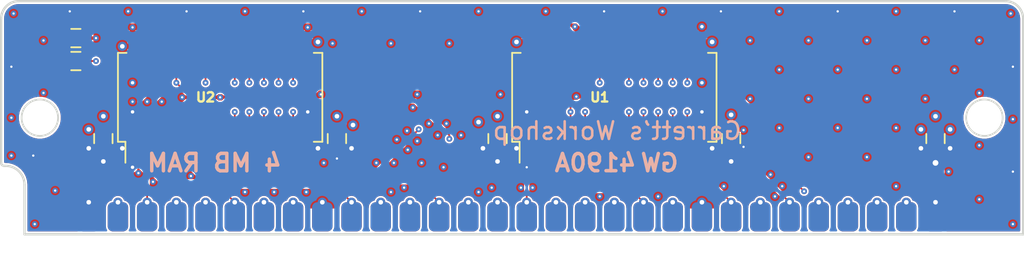
<source format=kicad_pcb>
(kicad_pcb (version 20171130) (host pcbnew "(5.1.10-1-10_14)")
  (layers (0 F.Cu signal) (1 In1.Cu power) (2 In2.Cu signal) (31 B.Cu power) (34 B.Paste user) (35 F.Paste user) (36 B.SilkS user) (37 F.SilkS user) (38 B.Mask user) (39 F.Mask user) (44 Edge.Cuts user))
  (net 0 "")
  (net 1 +5V)
  (net 2 /D0)
  (net 3 /D1)
  (net 4 /~WE~)
  (net 5 /~RAS~)
  (net 6 /~CAS~)
  (net 7 /D2)
  (net 8 /D3)
  (net 9 GND)
  (net 10 /D4)
  (net 11 /D5)
  (net 12 /D6)
  (net 13 /A11)
  (net 14 /D7)
  (net 15 /QP)
  (net 16 /~CASP~)
  (net 17 /DP)
  (net 18 /1A0)
  (net 19 /1A1)
  (net 20 /1A2)
  (net 21 /1A3)
  (net 22 /1A4)
  (net 23 /1A5)
  (net 24 /1A6)
  (net 25 /1A7)
  (net 26 /1A8)
  (net 27 /1A10)
  (net 28 /1A9)
  (net 29 /~OE~)
  (module stdpads:SOP-24-26-300mil (layer F.Cu) (at 129.54 89.662 90)
    (fp_text reference U1)
    (fp_text value AS4C4M4)
    (fp_line (start -3.875 -8.24) (end -5.7 -8.24) (layer F.SilkS) (width 0.1524))
    (fp_line (start -3.875 8.89) (end 3.875 8.89) (layer F.SilkS) (width 0.1524))
    (fp_line (start -3.875 -8.89) (end 3.875 -8.89) (layer F.SilkS) (width 0.1524))
    (fp_line (start -3.875 8.89) (end -3.875 8.145) (layer F.SilkS) (width 0.1524))
    (fp_line (start 3.875 8.89) (end 3.875 8.145) (layer F.SilkS) (width 0.1524))
    (fp_line (start 3.875 -8.89) (end 3.875 -8.145) (layer F.SilkS) (width 0.1524))
    (fp_line (start -3.875 -8.89) (end -3.875 -8.24) (layer F.SilkS) (width 0.1524))
    (fp_text user %R (at 0 -1.27) (layer F.SilkS) (effects (font (size 0.8128 0.8128) (thickness 0.2032))))
    (pad 1 smd roundrect (at -4.45 -7.62 90) (size 2.5 0.6) (layers F.Cu F.Paste F.Mask) (net 1 +5V))
    (pad 2 smd roundrect (at -4.45 -6.35 90) (size 2.5 0.6) (layers F.Cu F.Paste F.Mask) (net 11 /D5))
    (pad 3 smd roundrect (at -4.45 -5.08 90) (size 2.5 0.6) (layers F.Cu F.Paste F.Mask) (net 14 /D7))
    (pad 4 smd roundrect (at -4.45 -3.81 90) (size 2.5 0.6) (layers F.Cu F.Paste F.Mask) (net 4 /~WE~))
    (pad 5 smd roundrect (at -4.45 -2.54 90) (size 2.5 0.6) (layers F.Cu F.Paste F.Mask) (net 5 /~RAS~))
    (pad 6 smd roundrect (at -4.45 -1.27 90) (size 2.5 0.6) (layers F.Cu F.Paste F.Mask))
    (pad 8 smd roundrect (at -4.45 1.27 90) (size 2.5 0.6) (layers F.Cu F.Paste F.Mask) (net 27 /1A10))
    (pad 9 smd roundrect (at -4.45 2.54 90) (size 2.5 0.6) (layers F.Cu F.Paste F.Mask) (net 18 /1A0))
    (pad 10 smd roundrect (at -4.45 3.81 90) (size 2.5 0.6) (layers F.Cu F.Paste F.Mask) (net 19 /1A1))
    (pad 11 smd roundrect (at -4.45 5.08 90) (size 2.5 0.6) (layers F.Cu F.Paste F.Mask) (net 20 /1A2))
    (pad 12 smd roundrect (at -4.45 6.35 90) (size 2.5 0.6) (layers F.Cu F.Paste F.Mask) (net 21 /1A3))
    (pad 13 smd roundrect (at -4.45 7.62 90) (size 2.5 0.6) (layers F.Cu F.Paste F.Mask) (net 1 +5V))
    (pad 14 smd roundrect (at 4.45 7.62 90) (size 2.5 0.6) (layers F.Cu F.Paste F.Mask) (net 9 GND))
    (pad 15 smd roundrect (at 4.45 6.35 90) (size 2.5 0.6) (layers F.Cu F.Paste F.Mask) (net 22 /1A4))
    (pad 16 smd roundrect (at 4.45 5.08 90) (size 2.5 0.6) (layers F.Cu F.Paste F.Mask) (net 23 /1A5))
    (pad 17 smd roundrect (at 4.45 3.81 90) (size 2.5 0.6) (layers F.Cu F.Paste F.Mask) (net 24 /1A6))
    (pad 18 smd roundrect (at 4.45 2.54 90) (size 2.5 0.6) (layers F.Cu F.Paste F.Mask) (net 25 /1A7))
    (pad 19 smd roundrect (at 4.45 1.27 90) (size 2.5 0.6) (layers F.Cu F.Paste F.Mask) (net 26 /1A8))
    (pad 21 smd roundrect (at 4.45 -1.27 90) (size 2.5 0.6) (layers F.Cu F.Paste F.Mask) (net 28 /1A9))
    (pad 22 smd roundrect (at 4.45 -2.54 90) (size 2.5 0.6) (layers F.Cu F.Paste F.Mask) (net 29 /~OE~))
    (pad 23 smd roundrect (at 4.45 -3.81 90) (size 2.5 0.6) (layers F.Cu F.Paste F.Mask) (net 6 /~CAS~))
    (pad 24 smd roundrect (at 4.45 -5.08 90) (size 2.5 0.6) (layers F.Cu F.Paste F.Mask) (net 12 /D6))
    (pad 25 smd roundrect (at 4.45 -6.35 90) (size 2.5 0.6) (layers F.Cu F.Paste F.Mask) (net 10 /D4))
    (pad 26 smd roundrect (at 4.45 -7.62 90) (size 2.5 0.6) (layers F.Cu F.Paste F.Mask) (net 9 GND))
  )
  (module stdpads:SOP-24-26-300mil (layer F.Cu) (at 95.25 89.662 90)
    (fp_text reference U2)
    (fp_text value AS4C4M4)
    (fp_line (start -3.875 -8.24) (end -5.7 -8.24) (layer F.SilkS) (width 0.1524))
    (fp_line (start -3.875 8.89) (end 3.875 8.89) (layer F.SilkS) (width 0.1524))
    (fp_line (start -3.875 -8.89) (end 3.875 -8.89) (layer F.SilkS) (width 0.1524))
    (fp_line (start -3.875 8.89) (end -3.875 8.145) (layer F.SilkS) (width 0.1524))
    (fp_line (start 3.875 8.89) (end 3.875 8.145) (layer F.SilkS) (width 0.1524))
    (fp_line (start 3.875 -8.89) (end 3.875 -8.145) (layer F.SilkS) (width 0.1524))
    (fp_line (start -3.875 -8.89) (end -3.875 -8.24) (layer F.SilkS) (width 0.1524))
    (fp_text user %R (at 0 -1.27) (layer F.SilkS) (effects (font (size 0.8128 0.8128) (thickness 0.2032))))
    (pad 1 smd roundrect (at -4.45 -7.62 90) (size 2.5 0.6) (layers F.Cu F.Paste F.Mask) (net 1 +5V))
    (pad 2 smd roundrect (at -4.45 -6.35 90) (size 2.5 0.6) (layers F.Cu F.Paste F.Mask) (net 3 /D1))
    (pad 3 smd roundrect (at -4.45 -5.08 90) (size 2.5 0.6) (layers F.Cu F.Paste F.Mask) (net 8 /D3))
    (pad 4 smd roundrect (at -4.45 -3.81 90) (size 2.5 0.6) (layers F.Cu F.Paste F.Mask) (net 4 /~WE~))
    (pad 5 smd roundrect (at -4.45 -2.54 90) (size 2.5 0.6) (layers F.Cu F.Paste F.Mask) (net 5 /~RAS~))
    (pad 6 smd roundrect (at -4.45 -1.27 90) (size 2.5 0.6) (layers F.Cu F.Paste F.Mask))
    (pad 8 smd roundrect (at -4.45 1.27 90) (size 2.5 0.6) (layers F.Cu F.Paste F.Mask) (net 21 /1A3))
    (pad 9 smd roundrect (at -4.45 2.54 90) (size 2.5 0.6) (layers F.Cu F.Paste F.Mask) (net 20 /1A2))
    (pad 10 smd roundrect (at -4.45 3.81 90) (size 2.5 0.6) (layers F.Cu F.Paste F.Mask) (net 19 /1A1))
    (pad 11 smd roundrect (at -4.45 5.08 90) (size 2.5 0.6) (layers F.Cu F.Paste F.Mask) (net 18 /1A0))
    (pad 12 smd roundrect (at -4.45 6.35 90) (size 2.5 0.6) (layers F.Cu F.Paste F.Mask) (net 27 /1A10))
    (pad 13 smd roundrect (at -4.45 7.62 90) (size 2.5 0.6) (layers F.Cu F.Paste F.Mask) (net 1 +5V))
    (pad 14 smd roundrect (at 4.45 7.62 90) (size 2.5 0.6) (layers F.Cu F.Paste F.Mask) (net 9 GND))
    (pad 15 smd roundrect (at 4.45 6.35 90) (size 2.5 0.6) (layers F.Cu F.Paste F.Mask) (net 28 /1A9))
    (pad 16 smd roundrect (at 4.45 5.08 90) (size 2.5 0.6) (layers F.Cu F.Paste F.Mask) (net 26 /1A8))
    (pad 17 smd roundrect (at 4.45 3.81 90) (size 2.5 0.6) (layers F.Cu F.Paste F.Mask) (net 25 /1A7))
    (pad 18 smd roundrect (at 4.45 2.54 90) (size 2.5 0.6) (layers F.Cu F.Paste F.Mask) (net 24 /1A6))
    (pad 19 smd roundrect (at 4.45 1.27 90) (size 2.5 0.6) (layers F.Cu F.Paste F.Mask) (net 23 /1A5))
    (pad 21 smd roundrect (at 4.45 -1.27 90) (size 2.5 0.6) (layers F.Cu F.Paste F.Mask) (net 22 /1A4))
    (pad 22 smd roundrect (at 4.45 -2.54 90) (size 2.5 0.6) (layers F.Cu F.Paste F.Mask) (net 29 /~OE~))
    (pad 23 smd roundrect (at 4.45 -3.81 90) (size 2.5 0.6) (layers F.Cu F.Paste F.Mask) (net 6 /~CAS~))
    (pad 24 smd roundrect (at 4.45 -5.08 90) (size 2.5 0.6) (layers F.Cu F.Paste F.Mask) (net 7 /D2))
    (pad 25 smd roundrect (at 4.45 -6.35 90) (size 2.5 0.6) (layers F.Cu F.Paste F.Mask) (net 2 /D0))
    (pad 26 smd roundrect (at 4.45 -7.62 90) (size 2.5 0.6) (layers F.Cu F.Paste F.Mask) (net 9 GND))
  )
  (module stdpads:SIMM-30_Edge (layer F.Cu) (at 120.65 99.822)
    (fp_text reference J1)
    (fp_text value DRAM-SIMM-30)
    (pad 1 smd roundrect (at -36.83 0.254) (size 1.778 2.54) (layers B.Cu B.Mask) (net 1 +5V))
    (pad 1 smd roundrect (at -36.83 0.254) (size 1.778 2.54) (layers F.Cu F.Mask) (net 1 +5V))
    (pad 2 smd roundrect (at -34.29 0.254) (size 1.778 2.54) (layers B.Cu B.Mask) (net 6 /~CAS~))
    (pad 3 smd roundrect (at -31.75 0.254) (size 1.778 2.54) (layers B.Cu B.Mask) (net 2 /D0))
    (pad 4 smd roundrect (at -29.21 0.254) (size 1.778 2.54) (layers B.Cu B.Mask) (net 22 /1A4))
    (pad 5 smd roundrect (at -26.67 0.254) (size 1.778 2.54) (layers B.Cu B.Mask) (net 21 /1A3))
    (pad 6 smd roundrect (at -24.13 0.254) (size 1.778 2.54) (layers B.Cu B.Mask) (net 3 /D1))
    (pad 7 smd roundrect (at -21.59 0.254) (size 1.778 2.54) (layers B.Cu B.Mask) (net 23 /1A5))
    (pad 8 smd roundrect (at -19.05 0.254) (size 1.778 2.54) (layers B.Cu B.Mask) (net 20 /1A2))
    (pad 9 smd roundrect (at -16.51 0.254) (size 1.778 2.54) (layers B.Cu B.Mask) (net 9 GND))
    (pad 10 smd roundrect (at -13.97 0.254) (size 1.778 2.54) (layers B.Cu B.Mask) (net 7 /D2))
    (pad 11 smd roundrect (at -11.43 0.254) (size 1.778 2.54) (layers B.Cu B.Mask) (net 24 /1A6))
    (pad 12 smd roundrect (at -8.89 0.254) (size 1.778 2.54) (layers B.Cu B.Mask) (net 19 /1A1))
    (pad 13 smd roundrect (at -6.35 0.254) (size 1.778 2.54) (layers B.Cu B.Mask) (net 8 /D3))
    (pad 14 smd roundrect (at -3.81 0.254) (size 1.778 2.54) (layers B.Cu B.Mask) (net 25 /1A7))
    (pad 15 smd roundrect (at -1.27 0.254) (size 1.778 2.54) (layers B.Cu B.Mask) (net 18 /1A0))
    (pad 16 smd roundrect (at 1.27 0.254) (size 1.778 2.54) (layers B.Cu B.Mask) (net 10 /D4))
    (pad 17 smd roundrect (at 3.81 0.254) (size 1.778 2.54) (layers B.Cu B.Mask) (net 26 /1A8))
    (pad 18 smd roundrect (at 6.35 0.254) (size 1.778 2.54) (layers B.Cu B.Mask) (net 27 /1A10))
    (pad 19 smd roundrect (at 8.89 0.254) (size 1.778 2.54) (layers B.Cu B.Mask) (net 28 /1A9))
    (pad 20 smd roundrect (at 11.43 0.254) (size 1.778 2.54) (layers B.Cu B.Mask) (net 11 /D5))
    (pad 21 smd roundrect (at 13.97 0.254) (size 1.778 2.54) (layers B.Cu B.Mask) (net 4 /~WE~))
    (pad 22 smd roundrect (at 16.51 0.254) (size 1.778 2.54) (layers B.Cu B.Mask) (net 9 GND))
    (pad 23 smd roundrect (at 19.05 0.254) (size 1.778 2.54) (layers B.Cu B.Mask) (net 12 /D6))
    (pad 24 smd roundrect (at 21.59 0.254) (size 1.778 2.54) (layers B.Cu B.Mask) (net 13 /A11))
    (pad 25 smd roundrect (at 24.13 0.254) (size 1.778 2.54) (layers B.Cu B.Mask) (net 14 /D7))
    (pad 26 smd roundrect (at 26.67 0.254) (size 1.778 2.54) (layers B.Cu B.Mask) (net 15 /QP))
    (pad 27 smd roundrect (at 29.21 0.254) (size 1.778 2.54) (layers B.Cu B.Mask) (net 5 /~RAS~))
    (pad 28 smd roundrect (at 31.75 0.254) (size 1.778 2.54) (layers B.Cu B.Mask) (net 16 /~CASP~))
    (pad 29 smd roundrect (at 34.29 0.254) (size 1.778 2.54) (layers B.Cu B.Mask) (net 17 /DP))
    (pad 30 smd roundrect (at 36.83 0.254) (size 1.778 2.54) (layers B.Cu B.Mask) (net 1 +5V))
    (pad 2 smd roundrect (at -34.29 0.254) (size 1.778 2.54) (layers F.Cu F.Mask) (net 6 /~CAS~))
    (pad 3 thru_hole circle (at -31.75 -1.016) (size 0.8 0.8) (drill 0.4) (layers *.Cu *.Mask) (net 2 /D0))
    (pad 11 smd roundrect (at -11.43 0.254) (size 1.778 2.54) (layers F.Cu F.Mask) (net 24 /1A6))
    (pad 5 smd roundrect (at -26.67 0.254) (size 1.778 2.54) (layers F.Cu F.Mask) (net 21 /1A3))
    (pad 12 smd roundrect (at -8.89 0.254) (size 1.778 2.54) (layers F.Cu F.Mask) (net 19 /1A1))
    (pad 26 smd roundrect (at 26.67 0.254) (size 1.778 2.54) (layers F.Cu F.Mask) (net 15 /QP))
    (pad 13 smd roundrect (at -6.35 0.254) (size 1.778 2.54) (layers F.Cu F.Mask) (net 8 /D3))
    (pad 14 smd roundrect (at -3.81 0.254) (size 1.778 2.54) (layers F.Cu F.Mask) (net 25 /1A7))
    (pad 4 smd roundrect (at -29.21 0.254) (size 1.778 2.54) (layers F.Cu F.Mask) (net 22 /1A4))
    (pad 29 smd roundrect (at 34.29 0.254) (size 1.778 2.54) (layers F.Cu F.Mask) (net 17 /DP))
    (pad 3 smd roundrect (at -31.75 0.254) (size 1.778 2.54) (layers F.Cu F.Mask) (net 2 /D0))
    (pad 24 smd roundrect (at 21.59 0.254) (size 1.778 2.54) (layers F.Cu F.Mask) (net 13 /A11))
    (pad 16 smd roundrect (at 1.27 0.254) (size 1.778 2.54) (layers F.Cu F.Mask) (net 10 /D4))
    (pad 20 smd roundrect (at 11.43 0.254) (size 1.778 2.54) (layers F.Cu F.Mask) (net 11 /D5))
    (pad 23 smd roundrect (at 19.05 0.254) (size 1.778 2.54) (layers F.Cu F.Mask) (net 12 /D6))
    (pad 9 smd roundrect (at -16.51 0.254) (size 1.778 2.54) (layers F.Cu F.Mask) (net 9 GND))
    (pad 18 smd roundrect (at 6.35 0.254) (size 1.778 2.54) (layers F.Cu F.Mask) (net 27 /1A10))
    (pad 21 smd roundrect (at 13.97 0.254) (size 1.778 2.54) (layers F.Cu F.Mask) (net 4 /~WE~))
    (pad 19 smd roundrect (at 8.89 0.254) (size 1.778 2.54) (layers F.Cu F.Mask) (net 28 /1A9))
    (pad 10 smd roundrect (at -13.97 0.254) (size 1.778 2.54) (layers F.Cu F.Mask) (net 7 /D2))
    (pad 22 smd roundrect (at 16.51 0.254) (size 1.778 2.54) (layers F.Cu F.Mask) (net 9 GND))
    (pad 6 smd roundrect (at -24.13 0.254) (size 1.778 2.54) (layers F.Cu F.Mask) (net 3 /D1))
    (pad 17 smd roundrect (at 3.81 0.254) (size 1.778 2.54) (layers F.Cu F.Mask) (net 26 /1A8))
    (pad 7 smd roundrect (at -21.59 0.254) (size 1.778 2.54) (layers F.Cu F.Mask) (net 23 /1A5))
    (pad 8 smd roundrect (at -19.05 0.254) (size 1.778 2.54) (layers F.Cu F.Mask) (net 20 /1A2))
    (pad 27 smd roundrect (at 29.21 0.254) (size 1.778 2.54) (layers F.Cu F.Mask) (net 5 /~RAS~))
    (pad 28 smd roundrect (at 31.75 0.254) (size 1.778 2.54) (layers F.Cu F.Mask) (net 16 /~CASP~))
    (pad 30 smd roundrect (at 36.83 0.254) (size 1.778 2.54) (layers F.Cu F.Mask) (net 1 +5V))
    (pad 15 smd roundrect (at -1.27 0.254) (size 1.778 2.54) (layers F.Cu F.Mask) (net 18 /1A0))
    (pad 25 smd roundrect (at 24.13 0.254) (size 1.778 2.54) (layers F.Cu F.Mask) (net 14 /D7))
    (pad 2 thru_hole circle (at -34.29 -1.016) (size 0.8 0.8) (drill 0.4) (layers *.Cu *.Mask) (net 6 /~CAS~))
    (pad 1 thru_hole circle (at -36.83 -1.016) (size 0.8 0.8) (drill 0.4) (layers *.Cu *.Mask) (net 1 +5V))
    (pad 5 thru_hole circle (at -26.67 -1.016) (size 0.8 0.8) (drill 0.4) (layers *.Cu *.Mask) (net 21 /1A3))
    (pad 4 thru_hole circle (at -29.21 -1.016) (size 0.8 0.8) (drill 0.4) (layers *.Cu *.Mask) (net 22 /1A4))
    (pad 6 thru_hole circle (at -24.13 -1.016) (size 0.8 0.8) (drill 0.4) (layers *.Cu *.Mask) (net 3 /D1))
    (pad 7 thru_hole circle (at -21.59 -1.016) (size 0.8 0.8) (drill 0.4) (layers *.Cu *.Mask) (net 23 /1A5))
    (pad 9 thru_hole circle (at -16.51 -1.016) (size 0.8 0.8) (drill 0.4) (layers *.Cu *.Mask) (net 9 GND))
    (pad 8 thru_hole circle (at -19.05 -1.016) (size 0.8 0.8) (drill 0.4) (layers *.Cu *.Mask) (net 20 /1A2))
    (pad 11 thru_hole circle (at -11.43 -1.016) (size 0.8 0.8) (drill 0.4) (layers *.Cu *.Mask) (net 24 /1A6))
    (pad 10 thru_hole circle (at -13.97 -1.016) (size 0.8 0.8) (drill 0.4) (layers *.Cu *.Mask) (net 7 /D2))
    (pad 12 thru_hole circle (at -8.89 -1.016) (size 0.8 0.8) (drill 0.4) (layers *.Cu *.Mask) (net 19 /1A1))
    (pad 14 thru_hole circle (at -3.81 -1.016) (size 0.8 0.8) (drill 0.4) (layers *.Cu *.Mask) (net 25 /1A7))
    (pad 13 thru_hole circle (at -6.35 -1.016) (size 0.8 0.8) (drill 0.4) (layers *.Cu *.Mask) (net 8 /D3))
    (pad 15 thru_hole circle (at -1.27 -1.016) (size 0.8 0.8) (drill 0.4) (layers *.Cu *.Mask) (net 18 /1A0))
    (pad 17 thru_hole circle (at 3.81 -1.016) (size 0.8 0.8) (drill 0.4) (layers *.Cu *.Mask) (net 26 /1A8))
    (pad 16 thru_hole circle (at 1.27 -1.016) (size 0.8 0.8) (drill 0.4) (layers *.Cu *.Mask) (net 10 /D4))
    (pad 18 thru_hole circle (at 6.35 -1.016) (size 0.8 0.8) (drill 0.4) (layers *.Cu *.Mask) (net 27 /1A10))
    (pad 27 thru_hole circle (at 29.21 -1.016) (size 0.8 0.8) (drill 0.4) (layers *.Cu *.Mask) (net 5 /~RAS~))
    (pad 26 thru_hole circle (at 26.67 -1.016) (size 0.8 0.8) (drill 0.4) (layers *.Cu *.Mask) (net 15 /QP))
    (pad 28 thru_hole circle (at 31.75 -1.016) (size 0.8 0.8) (drill 0.4) (layers *.Cu *.Mask) (net 16 /~CASP~))
    (pad 21 thru_hole circle (at 13.97 -1.016) (size 0.8 0.8) (drill 0.4) (layers *.Cu *.Mask) (net 4 /~WE~))
    (pad 20 thru_hole circle (at 11.43 -1.016) (size 0.8 0.8) (drill 0.4) (layers *.Cu *.Mask) (net 11 /D5))
    (pad 22 thru_hole circle (at 16.51 -1.016) (size 0.8 0.8) (drill 0.4) (layers *.Cu *.Mask) (net 9 GND))
    (pad 24 thru_hole circle (at 21.59 -1.016) (size 0.8 0.8) (drill 0.4) (layers *.Cu *.Mask) (net 13 /A11))
    (pad 23 thru_hole circle (at 19.05 -1.016) (size 0.8 0.8) (drill 0.4) (layers *.Cu *.Mask) (net 12 /D6))
    (pad 25 thru_hole circle (at 24.13 -1.016) (size 0.8 0.8) (drill 0.4) (layers *.Cu *.Mask) (net 14 /D7))
    (pad 19 thru_hole circle (at 8.89 -1.016) (size 0.8 0.8) (drill 0.4) (layers *.Cu *.Mask) (net 28 /1A9))
    (pad 29 thru_hole circle (at 34.29 -1.016) (size 0.8 0.8) (drill 0.4) (layers *.Cu *.Mask) (net 17 /DP))
    (pad 30 thru_hole circle (at 36.83 -1.016) (size 0.8 0.8) (drill 0.4) (layers *.Cu *.Mask) (net 1 +5V))
  )
  (module stdpads:C_0805 (layer F.Cu) (at 85.09 93.257 90)
    (fp_text reference C1 hide)
    (fp_text value 100n hide)
    (fp_line (start -0.4064 0.8) (end 0.4064 0.8) (layer F.SilkS) (width 0.1524))
    (fp_line (start -0.4064 -0.8) (end 0.4064 -0.8) (layer F.SilkS) (width 0.1524))
    (pad 1 smd roundrect (at -0.85 0 90) (size 1.05 1.4) (layers F.Cu F.Paste F.Mask) (net 1 +5V))
    (pad 2 smd roundrect (at 0.85 0 90) (size 1.05 1.4) (layers F.Cu F.Paste F.Mask) (net 9 GND))
  )
  (module stdpads:C_0805 (layer F.Cu) (at 105.41 93.257 90)
    (fp_text reference C2 hide)
    (fp_text value 100n hide)
    (fp_line (start -0.4064 -0.8) (end 0.4064 -0.8) (layer F.SilkS) (width 0.1524))
    (fp_line (start -0.4064 0.8) (end 0.4064 0.8) (layer F.SilkS) (width 0.1524))
    (pad 2 smd roundrect (at 0.85 0 90) (size 1.05 1.4) (layers F.Cu F.Paste F.Mask) (net 9 GND))
    (pad 1 smd roundrect (at -0.85 0 90) (size 1.05 1.4) (layers F.Cu F.Paste F.Mask) (net 1 +5V))
  )
  (module stdpads:C_0805 (layer F.Cu) (at 119.38 93.257 90)
    (fp_text reference C3 hide)
    (fp_text value 100n hide)
    (fp_line (start -0.4064 0.8) (end 0.4064 0.8) (layer F.SilkS) (width 0.1524))
    (fp_line (start -0.4064 -0.8) (end 0.4064 -0.8) (layer F.SilkS) (width 0.1524))
    (pad 1 smd roundrect (at -0.85 0 90) (size 1.05 1.4) (layers F.Cu F.Paste F.Mask) (net 1 +5V))
    (pad 2 smd roundrect (at 0.85 0 90) (size 1.05 1.4) (layers F.Cu F.Paste F.Mask) (net 9 GND))
  )
  (module stdpads:C_0805 (layer F.Cu) (at 157.48 93.257 90)
    (fp_text reference C5 hide)
    (fp_text value 100n hide)
    (fp_line (start -0.4064 0.8) (end 0.4064 0.8) (layer F.SilkS) (width 0.1524))
    (fp_line (start -0.4064 -0.8) (end 0.4064 -0.8) (layer F.SilkS) (width 0.1524))
    (pad 1 smd roundrect (at -0.85 0 90) (size 1.05 1.4) (layers F.Cu F.Paste F.Mask) (net 1 +5V))
    (pad 2 smd roundrect (at 0.85 0 90) (size 1.05 1.4) (layers F.Cu F.Paste F.Mask) (net 9 GND))
  )
  (module stdpads:C_0805 (layer F.Cu) (at 139.7 93.257 90)
    (fp_text reference C4 hide)
    (fp_text value 100n hide)
    (fp_line (start -0.4064 0.8) (end 0.4064 0.8) (layer F.SilkS) (width 0.1524))
    (fp_line (start -0.4064 -0.8) (end 0.4064 -0.8) (layer F.SilkS) (width 0.1524))
    (pad 1 smd roundrect (at -0.85 0 90) (size 1.05 1.4) (layers F.Cu F.Paste F.Mask) (net 1 +5V))
    (pad 2 smd roundrect (at 0.85 0 90) (size 1.05 1.4) (layers F.Cu F.Paste F.Mask) (net 9 GND))
  )
  (module stdpads:R_0805 (layer F.Cu) (at 82.7 86.5 180)
    (fp_text reference R1)
    (fp_text value EDO)
    (fp_line (start -0.4064 0.8) (end 0.4064 0.8) (layer F.SilkS) (width 0.1524))
    (fp_line (start -0.4064 -0.8) (end 0.4064 -0.8) (layer F.SilkS) (width 0.1524))
    (pad 2 smd roundrect (at 0.95 0 180) (size 0.85 1.4) (layers F.Cu F.Paste F.Mask) (net 29 /~OE~))
    (pad 1 smd roundrect (at -0.95 0 180) (size 0.85 1.4) (layers F.Cu F.Paste F.Mask) (net 6 /~CAS~))
  )
  (module stdpads:R_0805 (layer F.Cu) (at 82.7 84.5)
    (fp_text reference R2)
    (fp_text value FPM)
    (fp_line (start -0.4064 -0.8) (end 0.4064 -0.8) (layer F.SilkS) (width 0.1524))
    (fp_line (start -0.4064 0.8) (end 0.4064 0.8) (layer F.SilkS) (width 0.1524))
    (pad 1 smd roundrect (at -0.95 0) (size 0.85 1.4) (layers F.Cu F.Paste F.Mask) (net 29 /~OE~))
    (pad 2 smd roundrect (at 0.95 0) (size 0.85 1.4) (layers F.Cu F.Paste F.Mask) (net 9 GND))
  )
  (gr_text "Garrett’s Workshop" (at 129.794 92.583) (layer B.SilkS) (effects (font (size 1.524 1.524) (thickness 0.225)) (justify mirror)))
  (gr_arc (start 76.454 95.377) (end 76.2 95.377) (angle -90) (layer Edge.Cuts) (width 0.2))
  (gr_arc (start 77.724 82.804) (end 77.724 81.28) (angle -90) (layer Edge.Cuts) (width 0.2))
  (gr_arc (start 163.576 82.804) (end 165.1 82.804) (angle -90) (layer Edge.Cuts) (width 0.2))
  (gr_text 4190A (at 127.889 95.377) (layer B.SilkS) (effects (font (size 1.5 1.5) (thickness 0.3)) (justify mirror)))
  (gr_text GW (at 133.477 95.377) (layer B.SilkS) (effects (font (size 1.5 1.5) (thickness 0.3)) (justify mirror)))
  (gr_text "4 MB RAM" (at 94.742 95.377) (layer B.SilkS) (effects (font (size 1.524 1.524) (thickness 0.3)) (justify mirror)))
  (gr_line (start 76.581 95.631) (end 76.454 95.631) (layer Edge.Cuts) (width 0.2))
  (gr_line (start 78.232 101.6) (end 78.232 97.282) (layer Edge.Cuts) (width 0.2))
  (gr_circle (center 79.5655 91.44) (end 77.978 91.44) (layer Edge.Cuts) (width 0.15))
  (gr_circle (center 161.7345 91.44) (end 163.322 91.44) (layer Edge.Cuts) (width 0.15))
  (gr_line (start 76.2 95.377) (end 76.2 82.804) (layer Edge.Cuts) (width 0.2))
  (gr_arc (start 76.581 97.282) (end 78.232 97.282) (angle -90) (layer Edge.Cuts) (width 0.2))
  (gr_line (start 165.1 82.804) (end 165.1 101.6) (layer Edge.Cuts) (width 0.2))
  (gr_line (start 77.724 81.28) (end 163.576 81.28) (layer Edge.Cuts) (width 0.2))
  (gr_line (start 165.1 101.6) (end 78.232 101.6) (layer Edge.Cuts) (width 0.2))
  (via (at 86.741 94.107) (size 0.8) (drill 0.4) (layers F.Cu B.Cu) (net 1))
  (segment (start 87.625 94.107) (end 87.63 94.112) (width 0.508) (layer F.Cu) (net 1))
  (segment (start 86.741 94.107) (end 87.625 94.107) (width 0.508) (layer F.Cu) (net 1))
  (via (at 121.031 94.107) (size 0.8) (drill 0.4) (layers F.Cu B.Cu) (net 1))
  (via (at 138.049 94.107) (size 0.8) (drill 0.4) (layers F.Cu B.Cu) (net 1))
  (segment (start 102.875 94.107) (end 102.87 94.112) (width 0.508) (layer F.Cu) (net 1))
  (segment (start 121.915 94.107) (end 121.92 94.112) (width 0.508) (layer F.Cu) (net 1))
  (segment (start 121.031 94.107) (end 121.915 94.107) (width 0.508) (layer F.Cu) (net 1))
  (segment (start 137.165 94.107) (end 137.16 94.112) (width 0.508) (layer F.Cu) (net 1))
  (segment (start 138.049 94.107) (end 137.165 94.107) (width 0.508) (layer F.Cu) (net 1))
  (segment (start 85.09 94.107) (end 86.741 94.107) (width 0.762) (layer F.Cu) (net 1))
  (via (at 83.82 94.107) (size 0.8) (drill 0.4) (layers F.Cu B.Cu) (net 1))
  (segment (start 85.09 94.107) (end 83.82 94.107) (width 0.762) (layer F.Cu) (net 1))
  (via (at 85.09 95.25) (size 0.8) (drill 0.4) (layers F.Cu B.Cu) (net 1))
  (segment (start 85.09 94.107) (end 85.09 95.25) (width 0.762) (layer F.Cu) (net 1))
  (segment (start 103.759 94.107) (end 102.875 94.107) (width 0.508) (layer F.Cu) (net 1))
  (via (at 103.759 94.107) (size 0.8) (drill 0.4) (layers F.Cu B.Cu) (net 1))
  (via (at 106.68 94.107) (size 0.8) (drill 0.4) (layers F.Cu B.Cu) (net 1))
  (segment (start 105.41 94.107) (end 106.68 94.107) (width 0.762) (layer F.Cu) (net 1))
  (segment (start 105.41 94.107) (end 103.759 94.107) (width 0.762) (layer F.Cu) (net 1))
  (via (at 118.11 94.107) (size 0.8) (drill 0.4) (layers F.Cu B.Cu) (net 1))
  (segment (start 119.38 94.107) (end 118.11 94.107) (width 0.762) (layer F.Cu) (net 1))
  (segment (start 119.38 94.107) (end 121.031 94.107) (width 0.762) (layer F.Cu) (net 1))
  (via (at 119.38 95.25) (size 0.8) (drill 0.4) (layers F.Cu B.Cu) (net 1))
  (segment (start 119.38 94.107) (end 119.38 95.25) (width 0.762) (layer F.Cu) (net 1))
  (via (at 105.41 94.996) (size 0.508) (drill 0.2) (layers F.Cu B.Cu) (net 1))
  (segment (start 105.41 94.107) (end 105.41 94.996) (width 0.508) (layer F.Cu) (net 1))
  (segment (start 139.7 94.107) (end 138.049 94.107) (width 0.762) (layer F.Cu) (net 1))
  (via (at 139.7 95.25) (size 0.8) (drill 0.4) (layers F.Cu B.Cu) (net 1))
  (segment (start 139.7 94.107) (end 139.7 95.25) (width 0.762) (layer F.Cu) (net 1))
  (segment (start 157.48 98.806) (end 157.48 95.377) (width 1.27) (layer F.Cu) (net 1))
  (segment (start 157.48 95.377) (end 157.48 94.107) (width 0.762) (layer F.Cu) (net 1))
  (via (at 156.21 94.107) (size 0.8) (drill 0.4) (layers F.Cu B.Cu) (net 1))
  (segment (start 157.48 94.107) (end 156.21 94.107) (width 0.8) (layer F.Cu) (net 1))
  (via (at 158.75 94.107) (size 0.8) (drill 0.4) (layers F.Cu B.Cu) (net 1))
  (segment (start 157.48 94.107) (end 158.75 94.107) (width 0.8) (layer F.Cu) (net 1))
  (via (at 157.48 95.377) (size 1) (drill 0.5) (layers F.Cu B.Cu) (net 1))
  (via (at 140.7795 93.98) (size 0.508) (drill 0.2) (layers F.Cu B.Cu) (net 1))
  (segment (start 140.6525 94.107) (end 140.7795 93.98) (width 0.508) (layer F.Cu) (net 1))
  (segment (start 139.7 94.107) (end 140.6525 94.107) (width 0.508) (layer F.Cu) (net 1))
  (via (at 121.92 90.932) (size 0.6) (drill 0.3) (layers F.Cu B.Cu) (net 1))
  (segment (start 121.92 94.112) (end 121.92 90.932) (width 0.6) (layer F.Cu) (net 1))
  (via (at 137.16 90.932) (size 0.6) (drill 0.3) (layers F.Cu B.Cu) (net 1))
  (segment (start 137.16 94.112) (end 137.16 90.932) (width 0.6) (layer F.Cu) (net 1))
  (via (at 121.92 95.758) (size 0.508) (drill 0.2) (layers F.Cu B.Cu) (net 1))
  (segment (start 121.92 94.112) (end 121.92 95.758) (width 0.508) (layer F.Cu) (net 1))
  (via (at 102.87 90.932) (size 0.6) (drill 0.3) (layers F.Cu B.Cu) (net 1))
  (segment (start 102.87 94.112) (end 102.87 90.932) (width 0.6) (layer F.Cu) (net 1))
  (via (at 87.63 90.932) (size 0.6) (drill 0.3) (layers F.Cu B.Cu) (net 1))
  (segment (start 87.63 94.112) (end 87.63 90.932) (width 0.6) (layer F.Cu) (net 1))
  (via (at 87.63 95.758) (size 0.6) (drill 0.3) (layers F.Cu B.Cu) (net 1))
  (segment (start 87.63 94.112) (end 87.63 95.758) (width 0.6) (layer F.Cu) (net 1))
  (via (at 159.131 82.169) (size 0.508) (drill 0.2) (layers F.Cu B.Cu) (net 1))
  (via (at 148.971 82.169) (size 0.508) (drill 0.2) (layers F.Cu B.Cu) (net 1))
  (via (at 92.329 82.169) (size 0.508) (drill 0.2) (layers F.Cu B.Cu) (net 1))
  (via (at 102.489 82.169) (size 0.508) (drill 0.2) (layers F.Cu B.Cu) (net 1))
  (via (at 138.811 82.169) (size 0.508) (drill 0.2) (layers F.Cu B.Cu) (net 1))
  (via (at 128.651 82.169) (size 0.508) (drill 0.2) (layers F.Cu B.Cu) (net 1))
  (via (at 112.649 82.169) (size 0.508) (drill 0.2) (layers F.Cu B.Cu) (net 1))
  (via (at 82.169 82.169) (size 0.508) (drill 0.2) (layers F.Cu B.Cu) (net 1))
  (via (at 77.089 86.995) (size 0.508) (drill 0.2) (layers F.Cu B.Cu) (net 1))
  (via (at 164.211 86.995) (size 0.508) (drill 0.2) (layers F.Cu B.Cu) (net 1))
  (via (at 164.211 96.139) (size 0.508) (drill 0.2) (layers F.Cu B.Cu) (net 1))
  (via (at 78.994 94.742) (size 0.508) (drill 0.2) (layers F.Cu B.Cu) (net 1))
  (segment (start 88.9 89.281) (end 88.9 85.962) (width 0.1524) (layer F.Cu) (net 2))
  (segment (start 88.265 89.916) (end 88.9 89.281) (width 0.1524) (layer F.Cu) (net 2))
  (segment (start 88.9 98.806) (end 88.9 96.266) (width 0.1524) (layer F.Cu) (net 2))
  (segment (start 88.265 95.631) (end 88.265 89.916) (width 0.1524) (layer F.Cu) (net 2))
  (segment (start 88.9 96.266) (end 88.265 95.631) (width 0.1524) (layer F.Cu) (net 2))
  (segment (start 88.9 95.758) (end 88.9 94.112) (width 0.1524) (layer F.Cu) (net 3))
  (segment (start 95.504 97.79) (end 90.932 97.79) (width 0.1524) (layer F.Cu) (net 3))
  (segment (start 96.52 98.806) (end 95.504 97.79) (width 0.1524) (layer F.Cu) (net 3))
  (segment (start 90.932 97.79) (end 88.9 95.758) (width 0.1524) (layer F.Cu) (net 3))
  (via (at 146.05 97.8535) (size 0.508) (drill 0.2) (layers F.Cu B.Cu) (net 4))
  (segment (start 125.73 94.112) (end 125.73 90.932) (width 0.1524) (layer F.Cu) (net 4))
  (via (at 125.73 90.932) (size 0.508) (drill 0.2) (layers F.Cu B.Cu) (net 4))
  (via (at 115.189 93.2815) (size 0.508) (drill 0.2) (layers F.Cu B.Cu) (net 4))
  (segment (start 91.44 90.932) (end 91.44 94.112) (width 0.1524) (layer F.Cu) (net 4))
  (segment (start 92.329 90.043) (end 91.44 90.932) (width 0.1524) (layer F.Cu) (net 4))
  (segment (start 95.504 90.17) (end 94.996 90.17) (width 0.1524) (layer F.Cu) (net 4))
  (segment (start 94.869 90.043) (end 92.329 90.043) (width 0.1524) (layer F.Cu) (net 4))
  (segment (start 94.996 90.17) (end 94.869 90.043) (width 0.1524) (layer F.Cu) (net 4))
  (segment (start 112.2045 89.9795) (end 95.6945 89.9795) (width 0.1524) (layer F.Cu) (net 4))
  (segment (start 115.189 92.964) (end 112.2045 89.9795) (width 0.1524) (layer F.Cu) (net 4))
  (segment (start 95.6945 89.9795) (end 95.504 90.17) (width 0.1524) (layer F.Cu) (net 4))
  (segment (start 115.189 93.2815) (end 115.189 92.964) (width 0.1524) (layer F.Cu) (net 4))
  (segment (start 126.0935 90.1065) (end 125.73 90.47) (width 0.1524) (layer F.Cu) (net 4))
  (segment (start 143.05 92.25) (end 140.8 90) (width 0.1524) (layer F.Cu) (net 4))
  (segment (start 143.05 94.8535) (end 143.05 92.25) (width 0.1524) (layer F.Cu) (net 4))
  (segment (start 126.535 90) (end 126.4285 90.1065) (width 0.1524) (layer F.Cu) (net 4))
  (segment (start 125.73 90.47) (end 125.73 90.932) (width 0.1524) (layer F.Cu) (net 4))
  (segment (start 126.4285 90.1065) (end 126.0935 90.1065) (width 0.1524) (layer F.Cu) (net 4))
  (segment (start 140.8 90) (end 126.535 90) (width 0.1524) (layer F.Cu) (net 4))
  (segment (start 146.05 97.8535) (end 143.05 94.8535) (width 0.1524) (layer F.Cu) (net 4))
  (via (at 127 90.932) (size 0.508) (drill 0.2) (layers F.Cu B.Cu) (net 5))
  (segment (start 127 94.112) (end 127 90.932) (width 0.1524) (layer F.Cu) (net 5))
  (via (at 112.522 92.456) (size 0.508) (drill 0.2) (layers F.Cu B.Cu) (net 5))
  (segment (start 92.71 95.758) (end 92.71 93.362) (width 0.1524) (layer F.Cu) (net 5))
  (segment (start 93.345 96.393) (end 92.71 95.758) (width 0.1524) (layer F.Cu) (net 5))
  (segment (start 108.585 96.393) (end 93.345 96.393) (width 0.1524) (layer F.Cu) (net 5))
  (segment (start 112.522 92.456) (end 108.585 96.393) (width 0.1524) (layer F.Cu) (net 5))
  (segment (start 91.44 88.392) (end 91.44 85.212) (width 0.1524) (layer F.Cu) (net 6))
  (via (at 91.44 88.392) (size 0.508) (drill 0.2) (layers F.Cu B.Cu) (net 6))
  (via (at 84.45 86.5) (size 0.508) (drill 0.2) (layers F.Cu B.Cu) (net 6))
  (segment (start 84.45 86.5) (end 83.65 86.5) (width 0.1524) (layer F.Cu) (net 6))
  (segment (start 92.329 89.281) (end 91.44 88.392) (width 0.1524) (layer F.Cu) (net 6))
  (segment (start 94.869 89.281) (end 92.329 89.281) (width 0.1524) (layer F.Cu) (net 6))
  (segment (start 95.504 89.154) (end 94.996 89.154) (width 0.1524) (layer F.Cu) (net 6))
  (segment (start 94.996 89.154) (end 94.869 89.281) (width 0.1524) (layer F.Cu) (net 6))
  (segment (start 95.631 89.281) (end 95.504 89.154) (width 0.1524) (layer F.Cu) (net 6))
  (segment (start 103.759 88.8365) (end 103.3145 89.281) (width 0.1524) (layer F.Cu) (net 6))
  (segment (start 125.222 83.312) (end 120.015 83.312) (width 0.1524) (layer F.Cu) (net 6))
  (segment (start 125.73 85.212) (end 125.73 83.82) (width 0.1524) (layer F.Cu) (net 6))
  (segment (start 125.73 83.82) (end 125.222 83.312) (width 0.1524) (layer F.Cu) (net 6))
  (segment (start 103.3145 89.281) (end 95.631 89.281) (width 0.1524) (layer F.Cu) (net 6))
  (segment (start 114.4905 88.8365) (end 103.759 88.8365) (width 0.1524) (layer F.Cu) (net 6))
  (segment (start 120.015 83.312) (end 114.4905 88.8365) (width 0.1524) (layer F.Cu) (net 6))
  (segment (start 105.283 97.409) (end 106.68 98.806) (width 0.1524) (layer F.Cu) (net 7))
  (segment (start 89.535 89.916) (end 89.535 95.758) (width 0.1524) (layer F.Cu) (net 7))
  (segment (start 91.186 97.409) (end 105.283 97.409) (width 0.1524) (layer F.Cu) (net 7))
  (segment (start 89.535 95.758) (end 91.186 97.409) (width 0.1524) (layer F.Cu) (net 7))
  (segment (start 90.17 89.281) (end 89.535 89.916) (width 0.1524) (layer F.Cu) (net 7))
  (segment (start 90.17 85.212) (end 90.17 89.281) (width 0.1524) (layer F.Cu) (net 7))
  (segment (start 112.522 97.028) (end 114.3 98.806) (width 0.1524) (layer F.Cu) (net 8))
  (segment (start 91.44 97.028) (end 112.522 97.028) (width 0.1524) (layer F.Cu) (net 8))
  (segment (start 90.17 94.112) (end 90.17 95.758) (width 0.1524) (layer F.Cu) (net 8))
  (segment (start 90.17 95.758) (end 91.44 97.028) (width 0.1524) (layer F.Cu) (net 8))
  (via (at 164.211 91.567) (size 0.508) (drill 0.2) (layers F.Cu B.Cu) (net 9))
  (via (at 77.089 91.44) (size 0.508) (drill 0.2) (layers F.Cu B.Cu) (net 9))
  (via (at 161.29 84.709) (size 0.508) (drill 0.2) (layers F.Cu B.Cu) (net 9))
  (via (at 121.031 84.836) (size 0.8) (drill 0.4) (layers F.Cu B.Cu) (net 9))
  (via (at 103.759 84.836) (size 0.8) (drill 0.4) (layers F.Cu B.Cu) (net 9))
  (via (at 86.741 85.217) (size 0.8) (drill 0.4) (layers F.Cu B.Cu) (net 9))
  (segment (start 86.746 85.212) (end 86.741 85.217) (width 0.508) (layer F.Cu) (net 9))
  (segment (start 87.63 85.212) (end 86.746 85.212) (width 0.508) (layer F.Cu) (net 9))
  (via (at 108.839 95.377) (size 0.508) (drill 0.2) (layers F.Cu B.Cu) (net 9))
  (via (at 104.267 95.377) (size 0.508) (drill 0.2) (layers F.Cu B.Cu) (net 9))
  (via (at 95.25 89.662) (size 0.508) (drill 0.2) (layers F.Cu B.Cu) (net 9))
  (via (at 112.395 89.408) (size 0.508) (drill 0.2) (layers F.Cu B.Cu) (net 9))
  (via (at 119.634 89.408) (size 0.508) (drill 0.2) (layers F.Cu B.Cu) (net 9))
  (segment (start 103.759 84.836) (end 102.997 84.836) (width 0.508) (layer F.Cu) (net 9))
  (segment (start 102.87 84.963) (end 102.87 85.962) (width 0.508) (layer F.Cu) (net 9))
  (segment (start 102.997 84.836) (end 102.87 84.963) (width 0.508) (layer F.Cu) (net 9))
  (segment (start 121.031 84.836) (end 121.84859 84.836) (width 0.508) (layer F.Cu) (net 9))
  (segment (start 121.92 84.90741) (end 121.92 85.962) (width 0.508) (layer F.Cu) (net 9))
  (segment (start 121.84859 84.836) (end 121.92 84.90741) (width 0.508) (layer F.Cu) (net 9))
  (via (at 92.71 96.52) (size 0.508) (drill 0.2) (layers F.Cu B.Cu) (net 9))
  (via (at 111.252 97.536) (size 0.508) (drill 0.2) (layers F.Cu B.Cu) (net 9))
  (via (at 117.729 97.917) (size 0.508) (drill 0.2) (layers F.Cu B.Cu) (net 9))
  (via (at 118.872 97.536) (size 0.508) (drill 0.2) (layers F.Cu B.Cu) (net 9))
  (via (at 139.065 97.409) (size 0.508) (drill 0.2) (layers F.Cu B.Cu) (net 9))
  (via (at 89.408 97.028) (size 0.508) (drill 0.2) (layers F.Cu B.Cu) (net 9))
  (via (at 88.138 96.266) (size 0.508) (drill 0.2) (layers F.Cu B.Cu) (net 9))
  (via (at 143.51 98.298) (size 0.508) (drill 0.2) (layers F.Cu B.Cu) (net 9))
  (via (at 114.681 95.758) (size 0.508) (drill 0.2) (layers F.Cu B.Cu) (net 9))
  (via (at 144.145 97.409) (size 0.508) (drill 0.2) (layers F.Cu B.Cu) (net 9))
  (via (at 143.129 96.393) (size 0.508) (drill 0.2) (layers F.Cu B.Cu) (net 9))
  (via (at 112.014 90.551) (size 0.508) (drill 0.2) (layers F.Cu B.Cu) (net 9))
  (via (at 88.9 90.043) (size 0.508) (drill 0.2) (layers F.Cu B.Cu) (net 9))
  (via (at 87.63 90.043) (size 0.508) (drill 0.2) (layers F.Cu B.Cu) (net 9))
  (via (at 90.17 90.043) (size 0.508) (drill 0.2) (layers F.Cu B.Cu) (net 9))
  (via (at 91.948 89.662) (size 0.508) (drill 0.2) (layers F.Cu B.Cu) (net 9))
  (via (at 126.238 89.5985) (size 0.508) (drill 0.2) (layers F.Cu B.Cu) (net 9))
  (via (at 121.412 97.536) (size 0.508) (drill 0.2) (layers F.Cu B.Cu) (net 9))
  (via (at 122.428 97.536) (size 0.508) (drill 0.2) (layers F.Cu B.Cu) (net 9))
  (via (at 77.2795 82.3595) (size 0.508) (drill 0.2) (layers F.Cu B.Cu) (net 9))
  (via (at 164.0205 82.3595) (size 0.508) (drill 0.2) (layers F.Cu B.Cu) (net 9))
  (via (at 164.211 100.711) (size 0.508) (drill 0.2) (layers F.Cu B.Cu) (net 9))
  (via (at 79.121 100.711) (size 0.508) (drill 0.2) (layers F.Cu B.Cu) (net 9))
  (via (at 77.089 94.742) (size 0.508) (drill 0.2) (layers F.Cu B.Cu) (net 9))
  (via (at 79.883 84.709) (size 0.508) (drill 0.2) (layers F.Cu B.Cu) (net 9))
  (via (at 161.29 89.281) (size 0.508) (drill 0.2) (layers F.Cu B.Cu) (net 9))
  (via (at 161.29 93.853) (size 0.508) (drill 0.2) (layers F.Cu B.Cu) (net 9))
  (via (at 161.29 98.552) (size 0.508) (drill 0.2) (layers F.Cu B.Cu) (net 9))
  (via (at 80.899 97.79) (size 0.508) (drill 0.2) (layers F.Cu B.Cu) (net 9))
  (via (at 79.883 89.281) (size 0.508) (drill 0.2) (layers F.Cu B.Cu) (net 9))
  (via (at 133.35 98.298) (size 0.508) (drill 0.2) (layers F.Cu B.Cu) (net 9))
  (via (at 110.109 97.917) (size 0.508) (drill 0.2) (layers F.Cu B.Cu) (net 9))
  (via (at 102.743 97.917) (size 0.508) (drill 0.2) (layers F.Cu B.Cu) (net 9))
  (via (at 99.949 97.917) (size 0.508) (drill 0.2) (layers F.Cu B.Cu) (net 9))
  (via (at 97.409 97.917) (size 0.508) (drill 0.2) (layers F.Cu B.Cu) (net 9))
  (via (at 128.27 98.298) (size 0.508) (drill 0.2) (layers F.Cu B.Cu) (net 9))
  (via (at 158.623 96.139) (size 0.508) (drill 0.2) (layers F.Cu B.Cu) (net 9))
  (via (at 113.411 91.948) (size 0.508) (drill 0.2) (layers F.Cu B.Cu) (net 9))
  (via (at 116.205 92.964) (size 0.508) (drill 0.2) (layers F.Cu B.Cu) (net 9))
  (via (at 114.935 91.948) (size 0.508) (drill 0.2) (layers F.Cu B.Cu) (net 9))
  (via (at 114.173 92.964) (size 0.508) (drill 0.2) (layers F.Cu B.Cu) (net 9))
  (via (at 112.395 93.472) (size 0.508) (drill 0.2) (layers F.Cu B.Cu) (net 9))
  (via (at 112.776 95.377) (size 0.508) (drill 0.2) (layers F.Cu B.Cu) (net 9))
  (via (at 110.363 95.377) (size 0.508) (drill 0.2) (layers F.Cu B.Cu) (net 9))
  (via (at 111.506 92.583) (size 0.508) (drill 0.2) (layers F.Cu B.Cu) (net 9))
  (via (at 110.617 93.345) (size 0.508) (drill 0.2) (layers F.Cu B.Cu) (net 9))
  (via (at 111.5695 94.234) (size 0.508) (drill 0.2) (layers F.Cu B.Cu) (net 9))
  (via (at 83.82 92.456) (size 0.8) (drill 0.4) (layers F.Cu B.Cu) (net 9))
  (segment (start 83.869 92.407) (end 83.82 92.456) (width 0.762) (layer F.Cu) (net 9))
  (segment (start 85.09 92.407) (end 83.869 92.407) (width 0.762) (layer F.Cu) (net 9))
  (via (at 85.09 91.313) (size 0.8) (drill 0.4) (layers F.Cu B.Cu) (net 9))
  (segment (start 85.09 92.407) (end 85.09 91.313) (width 0.762) (layer F.Cu) (net 9))
  (via (at 104.013 89.408) (size 0.508) (drill 0.2) (layers F.Cu B.Cu) (net 9))
  (via (at 105.41 91.313) (size 0.8) (drill 0.4) (layers F.Cu B.Cu) (net 9))
  (segment (start 105.41 92.407) (end 105.41 91.313) (width 0.762) (layer F.Cu) (net 9))
  (via (at 119.38 91.313) (size 0.8) (drill 0.4) (layers F.Cu B.Cu) (net 9))
  (segment (start 119.38 92.407) (end 119.38 91.313) (width 0.762) (layer F.Cu) (net 9))
  (via (at 117.729 91.821) (size 0.8) (drill 0.4) (layers F.Cu B.Cu) (net 9))
  (segment (start 118.315 92.407) (end 117.729 91.821) (width 0.762) (layer F.Cu) (net 9))
  (segment (start 119.38 92.407) (end 118.315 92.407) (width 0.762) (layer F.Cu) (net 9))
  (via (at 106.807 92.075) (size 0.8) (drill 0.4) (layers F.Cu B.Cu) (net 9))
  (segment (start 106.475 92.407) (end 106.807 92.075) (width 0.762) (layer F.Cu) (net 9))
  (segment (start 105.41 92.407) (end 106.475 92.407) (width 0.762) (layer F.Cu) (net 9))
  (via (at 139.7 91.186) (size 0.8) (drill 0.4) (layers F.Cu B.Cu) (net 9))
  (segment (start 139.7 92.407) (end 139.7 91.186) (width 0.762) (layer F.Cu) (net 9))
  (via (at 156.21 92.456) (size 0.8) (drill 0.4) (layers F.Cu B.Cu) (net 9))
  (segment (start 156.259 92.407) (end 156.21 92.456) (width 0.8) (layer F.Cu) (net 9))
  (segment (start 157.48 92.407) (end 156.259 92.407) (width 0.8) (layer F.Cu) (net 9))
  (via (at 158.75 92.456) (size 0.8) (drill 0.4) (layers F.Cu B.Cu) (net 9))
  (segment (start 158.701 92.407) (end 158.75 92.456) (width 0.8) (layer F.Cu) (net 9))
  (segment (start 157.48 92.407) (end 158.701 92.407) (width 0.8) (layer F.Cu) (net 9))
  (segment (start 83.65 84.5) (end 84.45 84.5) (width 0.1524) (layer F.Cu) (net 9))
  (via (at 84.45 84.5) (size 0.508) (drill 0.2) (layers F.Cu B.Cu) (net 9))
  (via (at 140.7795 92.5195) (size 0.508) (drill 0.2) (layers F.Cu B.Cu) (net 9))
  (segment (start 140.667 92.407) (end 140.7795 92.5195) (width 0.508) (layer F.Cu) (net 9))
  (segment (start 139.7 92.407) (end 140.667 92.407) (width 0.508) (layer F.Cu) (net 9))
  (via (at 87.63 88.392) (size 0.6) (drill 0.3) (layers F.Cu B.Cu) (net 9))
  (segment (start 87.63 85.212) (end 87.63 88.392) (width 0.6) (layer F.Cu) (net 9))
  (segment (start 137.16 85.212) (end 137.16 88.392) (width 0.6) (layer F.Cu) (net 9))
  (via (at 137.16 88.392) (size 0.6) (drill 0.3) (layers F.Cu B.Cu) (net 9))
  (segment (start 157.48 92.407) (end 157.48 91.313) (width 0.8) (layer F.Cu) (net 9))
  (via (at 157.48 91.313) (size 0.8) (drill 0.4) (layers F.Cu B.Cu) (net 9))
  (segment (start 137.16 83.5025) (end 137.16 85.212) (width 0.6) (layer F.Cu) (net 9))
  (via (at 137.16 83.5025) (size 0.6) (drill 0.3) (layers F.Cu B.Cu) (net 9))
  (via (at 154.051 82.169) (size 0.508) (drill 0.2) (layers F.Cu B.Cu) (net 9))
  (via (at 87.249 82.169) (size 0.508) (drill 0.2) (layers F.Cu B.Cu) (net 9))
  (via (at 97.409 82.169) (size 0.508) (drill 0.2) (layers F.Cu B.Cu) (net 9))
  (via (at 143.891 82.169) (size 0.508) (drill 0.2) (layers F.Cu B.Cu) (net 9))
  (via (at 133.731 82.169) (size 0.508) (drill 0.2) (layers F.Cu B.Cu) (net 9))
  (via (at 107.569 82.169) (size 0.508) (drill 0.2) (layers F.Cu B.Cu) (net 9))
  (via (at 117.729 82.169) (size 0.508) (drill 0.2) (layers F.Cu B.Cu) (net 9))
  (via (at 123.571 82.169) (size 0.508) (drill 0.2) (layers F.Cu B.Cu) (net 9))
  (via (at 110.109 84.963) (size 0.508) (drill 0.2) (layers F.Cu B.Cu) (net 9))
  (via (at 105.029 84.963) (size 0.508) (drill 0.2) (layers F.Cu B.Cu) (net 9))
  (via (at 115.189 84.963) (size 0.508) (drill 0.2) (layers F.Cu B.Cu) (net 9))
  (via (at 126.111 83.5025) (size 0.508) (drill 0.2) (layers F.Cu B.Cu) (net 9))
  (via (at 102.87 83.566) (size 0.508) (drill 0.2) (layers F.Cu B.Cu) (net 9))
  (segment (start 102.87 85.212) (end 102.87 83.566) (width 0.508) (layer F.Cu) (net 9))
  (via (at 87.63 83.566) (size 0.508) (drill 0.2) (layers F.Cu B.Cu) (net 9))
  (segment (start 87.63 85.212) (end 87.63 83.566) (width 0.508) (layer F.Cu) (net 9))
  (via (at 138.049 84.836) (size 0.8) (drill 0.4) (layers F.Cu B.Cu) (net 9))
  (segment (start 138.049 84.836) (end 137.287 84.836) (width 0.508) (layer F.Cu) (net 9))
  (segment (start 137.16 84.963) (end 137.16 85.962) (width 0.508) (layer F.Cu) (net 9))
  (segment (start 137.287 84.836) (end 137.16 84.963) (width 0.508) (layer F.Cu) (net 9))
  (via (at 141.351 84.709) (size 0.508) (drill 0.2) (layers F.Cu B.Cu) (net 9))
  (via (at 146.431 84.709) (size 0.508) (drill 0.2) (layers F.Cu B.Cu) (net 9))
  (via (at 151.511 84.709) (size 0.508) (drill 0.2) (layers F.Cu B.Cu) (net 9))
  (via (at 156.591 84.709) (size 0.508) (drill 0.2) (layers F.Cu B.Cu) (net 9))
  (via (at 143.891 87.249) (size 0.508) (drill 0.2) (layers F.Cu B.Cu) (net 9))
  (via (at 154.051 87.249) (size 0.508) (drill 0.2) (layers F.Cu B.Cu) (net 9))
  (via (at 148.971 87.249) (size 0.508) (drill 0.2) (layers F.Cu B.Cu) (net 9))
  (via (at 159.131 87.249) (size 0.508) (drill 0.2) (layers F.Cu B.Cu) (net 9))
  (via (at 143.891 92.329) (size 0.508) (drill 0.2) (layers F.Cu B.Cu) (net 9))
  (via (at 154.051 92.329) (size 0.508) (drill 0.2) (layers F.Cu B.Cu) (net 9))
  (via (at 148.971 92.329) (size 0.508) (drill 0.2) (layers F.Cu B.Cu) (net 9))
  (via (at 141.351 89.789) (size 0.508) (drill 0.2) (layers F.Cu B.Cu) (net 9))
  (via (at 151.511 89.789) (size 0.508) (drill 0.2) (layers F.Cu B.Cu) (net 9))
  (via (at 146.431 89.789) (size 0.508) (drill 0.2) (layers F.Cu B.Cu) (net 9))
  (via (at 156.591 89.789) (size 0.508) (drill 0.2) (layers F.Cu B.Cu) (net 9))
  (via (at 151.511 94.869) (size 0.508) (drill 0.2) (layers F.Cu B.Cu) (net 9))
  (via (at 146.431 94.869) (size 0.508) (drill 0.2) (layers F.Cu B.Cu) (net 9))
  (via (at 154.051 97.409) (size 0.508) (drill 0.2) (layers F.Cu B.Cu) (net 9))
  (segment (start 122.555 95.8215) (end 121.92 96.4565) (width 0.1524) (layer F.Cu) (net 10))
  (segment (start 122.555 89.662) (end 122.555 95.8215) (width 0.1524) (layer F.Cu) (net 10))
  (segment (start 121.92 96.4565) (end 121.92 98.806) (width 0.1524) (layer F.Cu) (net 10))
  (segment (start 123.19 89.027) (end 122.555 89.662) (width 0.1524) (layer F.Cu) (net 10))
  (segment (start 123.19 85.962) (end 123.19 89.027) (width 0.1524) (layer F.Cu) (net 10))
  (segment (start 131.064 97.79) (end 132.08 98.806) (width 0.1524) (layer F.Cu) (net 11))
  (segment (start 123.19 96.266) (end 124.714 97.79) (width 0.1524) (layer F.Cu) (net 11))
  (segment (start 124.714 97.79) (end 131.064 97.79) (width 0.1524) (layer F.Cu) (net 11))
  (segment (start 123.19 93.362) (end 123.19 96.266) (width 0.1524) (layer F.Cu) (net 11))
  (segment (start 138.049 97.155) (end 139.7 98.806) (width 0.1524) (layer F.Cu) (net 12))
  (segment (start 124.968 97.155) (end 138.049 97.155) (width 0.1524) (layer F.Cu) (net 12))
  (segment (start 123.825 96.012) (end 124.968 97.155) (width 0.1524) (layer F.Cu) (net 12))
  (segment (start 124.46 85.212) (end 124.46 89.027) (width 0.1524) (layer F.Cu) (net 12))
  (segment (start 124.46 89.027) (end 123.825 89.662) (width 0.1524) (layer F.Cu) (net 12))
  (segment (start 123.825 89.662) (end 123.825 96.012) (width 0.1524) (layer F.Cu) (net 12))
  (segment (start 142.494 96.52) (end 144.78 98.806) (width 0.1524) (layer F.Cu) (net 14))
  (segment (start 124.46 95.758) (end 125.222 96.52) (width 0.1524) (layer F.Cu) (net 14))
  (segment (start 125.222 96.52) (end 142.494 96.52) (width 0.1524) (layer F.Cu) (net 14))
  (segment (start 124.46 93.362) (end 124.46 95.758) (width 0.1524) (layer F.Cu) (net 14))
  (via (at 132.08 90.932) (size 0.508) (drill 0.2) (layers F.Cu B.Cu) (net 18))
  (segment (start 132.08 93.362) (end 132.08 90.932) (width 0.1524) (layer F.Cu) (net 18))
  (via (at 100.33 90.932) (size 0.508) (drill 0.2) (layers F.Cu B.Cu) (net 18))
  (segment (start 100.33 94.112) (end 100.33 90.932) (width 0.1524) (layer F.Cu) (net 18))
  (via (at 133.35 90.932) (size 0.508) (drill 0.2) (layers F.Cu B.Cu) (net 19))
  (segment (start 133.35 94.112) (end 133.35 90.932) (width 0.1524) (layer F.Cu) (net 19))
  (via (at 99.06 90.932) (size 0.508) (drill 0.2) (layers F.Cu B.Cu) (net 19))
  (segment (start 99.06 90.932) (end 99.06 93.362) (width 0.1524) (layer F.Cu) (net 19))
  (via (at 134.62 90.932) (size 0.508) (drill 0.2) (layers F.Cu B.Cu) (net 20))
  (segment (start 134.62 94.112) (end 134.62 90.932) (width 0.1524) (layer F.Cu) (net 20))
  (via (at 97.79 90.932) (size 0.508) (drill 0.2) (layers F.Cu B.Cu) (net 20))
  (segment (start 97.79 90.932) (end 97.79 93.362) (width 0.1524) (layer F.Cu) (net 20))
  (via (at 135.89 90.932) (size 0.508) (drill 0.2) (layers F.Cu B.Cu) (net 21))
  (segment (start 135.89 94.112) (end 135.89 90.932) (width 0.1524) (layer F.Cu) (net 21))
  (via (at 96.52 90.932) (size 0.508) (drill 0.2) (layers F.Cu B.Cu) (net 21))
  (segment (start 96.52 90.932) (end 96.52 93.362) (width 0.1524) (layer F.Cu) (net 21))
  (via (at 93.98 88.392) (size 0.508) (drill 0.2) (layers F.Cu B.Cu) (net 22))
  (segment (start 93.98 85.212) (end 93.98 88.392) (width 0.1524) (layer F.Cu) (net 22))
  (via (at 135.89 88.392) (size 0.508) (drill 0.2) (layers F.Cu B.Cu) (net 22))
  (segment (start 135.89 85.212) (end 135.89 88.392) (width 0.1524) (layer F.Cu) (net 22))
  (via (at 134.62 88.392) (size 0.508) (drill 0.2) (layers F.Cu B.Cu) (net 23))
  (segment (start 134.62 85.962) (end 134.62 88.392) (width 0.1524) (layer F.Cu) (net 23))
  (via (at 96.52 88.392) (size 0.508) (drill 0.2) (layers F.Cu B.Cu) (net 23))
  (segment (start 96.52 88.392) (end 96.52 85.962) (width 0.1524) (layer F.Cu) (net 23))
  (via (at 97.79 88.392) (size 0.508) (drill 0.2) (layers F.Cu B.Cu) (net 24))
  (via (at 133.35 88.392) (size 0.508) (drill 0.2) (layers F.Cu B.Cu) (net 24))
  (segment (start 133.35 85.212) (end 133.35 88.392) (width 0.1524) (layer F.Cu) (net 24))
  (segment (start 97.79 88.392) (end 97.79 85.962) (width 0.1524) (layer F.Cu) (net 24))
  (via (at 99.06 88.392) (size 0.508) (drill 0.2) (layers F.Cu B.Cu) (net 25))
  (via (at 132.08 88.392) (size 0.508) (drill 0.2) (layers F.Cu B.Cu) (net 25))
  (segment (start 132.08 85.212) (end 132.08 88.392) (width 0.1524) (layer F.Cu) (net 25))
  (segment (start 99.06 88.392) (end 99.06 85.962) (width 0.1524) (layer F.Cu) (net 25))
  (via (at 100.33 88.392) (size 0.508) (drill 0.2) (layers F.Cu B.Cu) (net 26))
  (segment (start 100.33 85.212) (end 100.33 88.392) (width 0.1524) (layer F.Cu) (net 26))
  (via (at 130.81 88.392) (size 0.508) (drill 0.2) (layers F.Cu B.Cu) (net 26))
  (segment (start 130.81 85.212) (end 130.81 88.392) (width 0.1524) (layer F.Cu) (net 26))
  (via (at 130.81 90.932) (size 0.508) (drill 0.2) (layers F.Cu B.Cu) (net 27))
  (segment (start 130.81 94.112) (end 130.81 90.932) (width 0.1524) (layer F.Cu) (net 27))
  (via (at 101.6 90.932) (size 0.508) (drill 0.2) (layers F.Cu B.Cu) (net 27))
  (segment (start 101.6 94.112) (end 101.6 90.932) (width 0.1524) (layer F.Cu) (net 27))
  (via (at 101.6 88.392) (size 0.508) (drill 0.2) (layers F.Cu B.Cu) (net 28))
  (segment (start 101.6 85.212) (end 101.6 88.392) (width 0.1524) (layer F.Cu) (net 28))
  (via (at 128.27 88.392) (size 0.508) (drill 0.2) (layers F.Cu B.Cu) (net 28))
  (segment (start 128.27 85.212) (end 128.27 88.392) (width 0.1524) (layer F.Cu) (net 28))
  (segment (start 81.75 84.5) (end 81.75 86.5) (width 0.1524) (layer F.Cu) (net 29))
  (segment (start 92.71 83.82) (end 92.71 85.212) (width 0.1524) (layer F.Cu) (net 29))
  (segment (start 127 83.66125) (end 127 85.212) (width 0.1524) (layer F.Cu) (net 29))
  (segment (start 126.33325 82.9945) (end 127 83.66125) (width 0.1524) (layer F.Cu) (net 29))
  (segment (start 93.5355 82.9945) (end 126.33325 82.9945) (width 0.1524) (layer F.Cu) (net 29))
  (segment (start 92.71 83.82) (end 93.5355 82.9945) (width 0.1524) (layer F.Cu) (net 29))
  (segment (start 91.8845 82.9945) (end 92.71 83.82) (width 0.1524) (layer F.Cu) (net 29))
  (segment (start 82.1555 82.9945) (end 91.8845 82.9945) (width 0.1524) (layer F.Cu) (net 29))
  (segment (start 81.75 83.4) (end 82.1555 82.9945) (width 0.1524) (layer F.Cu) (net 29))
  (segment (start 81.75 84.5) (end 81.75 83.4) (width 0.1524) (layer F.Cu) (net 29))
  (zone (net 9) (net_name GND) (layer F.Cu) (connect_pads (clearance 0.1524)) (min_thickness 0.1524) (fill yes (arc_segments 16) (thermal_gap 0.1524) (thermal_bridge_width 0.3))
    (polygon (pts (xy 76.2 81.28) (xy 165.1 81.28) (xy 165.1 101.6) (xy 76.2 101.6)))
  )
  (zone (net 1) (net_name +5V) (layer B.Cu) (connect_pads (clearance 0.1524)) (min_thickness 0.1524) (fill yes (arc_segments 16) (thermal_gap 0.1524) (thermal_bridge_width 0.3))
    (polygon (pts (xy 76.2 81.28) (xy 165.1 81.28) (xy 165.1 101.6) (xy 76.2 101.6)))
  )
  (zone (net 0) (net_name "") (layer F.Cu) (connect_pads (clearance 0.1524)) (min_thickness 0.254)
    (keepout (tracks allowed) (vias allowed) (copperpour not_allowed))
    (fill (arc_segments 32) (thermal_gap 0.508) (thermal_bridge_width 0.508))
    (polygon (pts (xy 157.48 101.6) (xy 83.82 101.6) (xy 82.931 99.314) (xy 119.761 99.3775) (xy 158.369 99.314)))
  )
)
</source>
